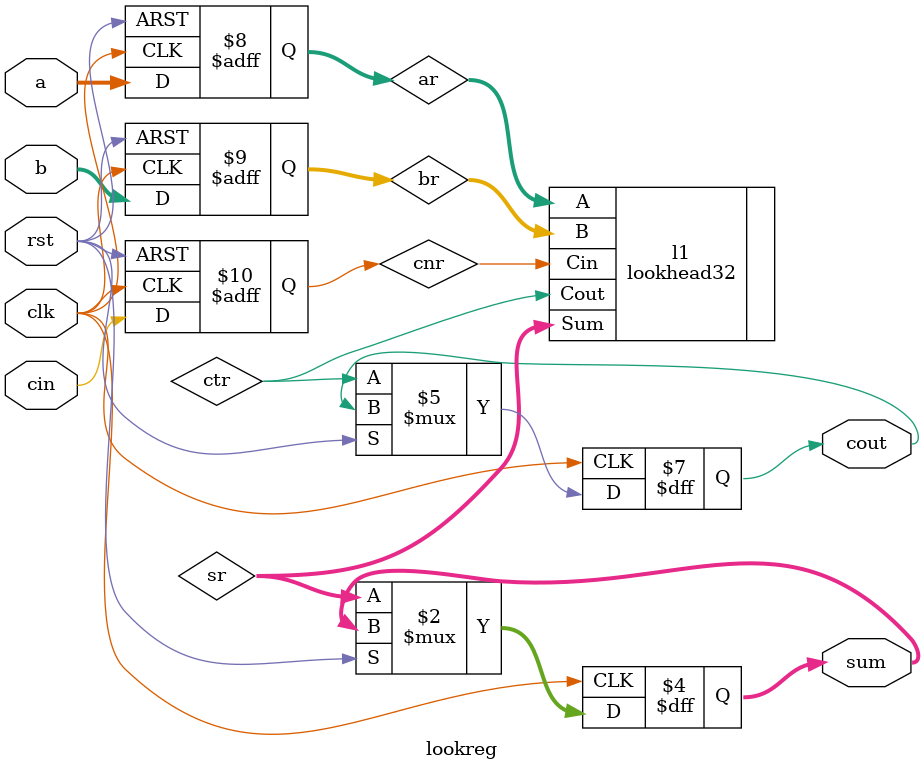
<source format=v>
`timescale 1ns / 1ps


module lookreg(input clk, input rst, input [31:0]a, input [31:0] b,
input cin,output reg [31:0] sum, output reg cout);
reg [31:0] ar;
reg [31:0] br;
reg cnr;
wire [31:0] sr;
wire ctr;
lookhead32 l1(.A(ar), .B(br), .Cin(cnr), .Sum(sr), .Cout(ctr));
always @ (posedge clk or posedge rst) begin
if(rst) begin
ar <= 32'b0;
br <= 32'b0;
cnr <= 1'b0;
end 
else
begin
ar <= a;
br <= b;
cnr <= cin;
sum <= sr;
cout <= ctr;
end
end

endmodule

</source>
